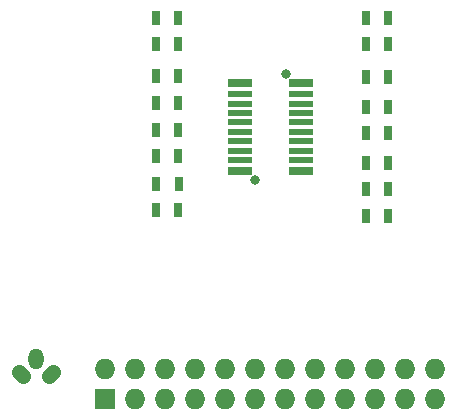
<source format=gbs>
G04 #@! TF.FileFunction,Soldermask,Bot*
%FSLAX46Y46*%
G04 Gerber Fmt 4.6, Leading zero omitted, Abs format (unit mm)*
G04 Created by KiCad (PCBNEW (2015-01-16 BZR 5376)-product) date 23/07/2015 11:35:32*
%MOMM*%
G01*
G04 APERTURE LIST*
%ADD10C,0.100000*%
%ADD11R,0.700000X1.300000*%
%ADD12O,1.300480X1.800860*%
%ADD13C,1.300480*%
%ADD14R,1.727200X1.727200*%
%ADD15O,1.727200X1.727200*%
%ADD16R,2.000000X0.750000*%
%ADD17R,2.000000X0.550000*%
%ADD18C,0.800000*%
G04 APERTURE END LIST*
D10*
D11*
X83050000Y-75750000D03*
X84950000Y-75750000D03*
X83050000Y-80750000D03*
X84950000Y-80750000D03*
X83050000Y-85500000D03*
X84950000Y-85500000D03*
X83050000Y-90250000D03*
X84950000Y-90250000D03*
X83050000Y-78000000D03*
X84950000Y-78000000D03*
X83050000Y-83250000D03*
X84950000Y-83250000D03*
X83050000Y-88000000D03*
X84950000Y-88000000D03*
X83050000Y-92500000D03*
X84950000Y-92500000D03*
X67200000Y-78000000D03*
X65300000Y-78000000D03*
X67200000Y-82980000D03*
X65300000Y-82980000D03*
X67200000Y-87440000D03*
X65300000Y-87440000D03*
X67200000Y-92000000D03*
X65300000Y-92000000D03*
X67200000Y-75750000D03*
X65300000Y-75750000D03*
X67180000Y-80680000D03*
X65280000Y-80680000D03*
X67200000Y-85250000D03*
X65300000Y-85250000D03*
X67220000Y-89830000D03*
X65320000Y-89830000D03*
D12*
X55120000Y-104630000D03*
D13*
X53673089Y-105723089D02*
X54026911Y-106076911D01*
X56213089Y-106076911D02*
X56566911Y-105723089D01*
D14*
X61000000Y-108000000D03*
D15*
X61000000Y-105460000D03*
X63540000Y-108000000D03*
X63540000Y-105460000D03*
X66080000Y-108000000D03*
X66080000Y-105460000D03*
X68620000Y-108000000D03*
X68620000Y-105460000D03*
X71160000Y-108000000D03*
X71160000Y-105460000D03*
X73700000Y-108000000D03*
X73700000Y-105460000D03*
X76240000Y-108000000D03*
X76240000Y-105460000D03*
X78780000Y-108000000D03*
X78780000Y-105460000D03*
X81320000Y-108000000D03*
X81320000Y-105460000D03*
X83860000Y-108000000D03*
X83860000Y-105460000D03*
X86400000Y-108000000D03*
X86400000Y-105460000D03*
X88940000Y-108000000D03*
X88940000Y-105460000D03*
D16*
X77600000Y-81300000D03*
D17*
X77600000Y-82200000D03*
X77600000Y-83000000D03*
X77600000Y-83800000D03*
X77600000Y-84600000D03*
X77600000Y-85400000D03*
X77600000Y-86200000D03*
X77600000Y-87000000D03*
X77600000Y-87800000D03*
D16*
X77600000Y-88700000D03*
X72400000Y-88700000D03*
D17*
X72400000Y-87800000D03*
X72400000Y-87000000D03*
X72400000Y-86200000D03*
X72400000Y-85400000D03*
X72400000Y-84600000D03*
X72400000Y-83800000D03*
X72400000Y-83000000D03*
X72400000Y-82200000D03*
D16*
X72400000Y-81300000D03*
D18*
X76300000Y-80500000D03*
X73700000Y-89500000D03*
M02*

</source>
